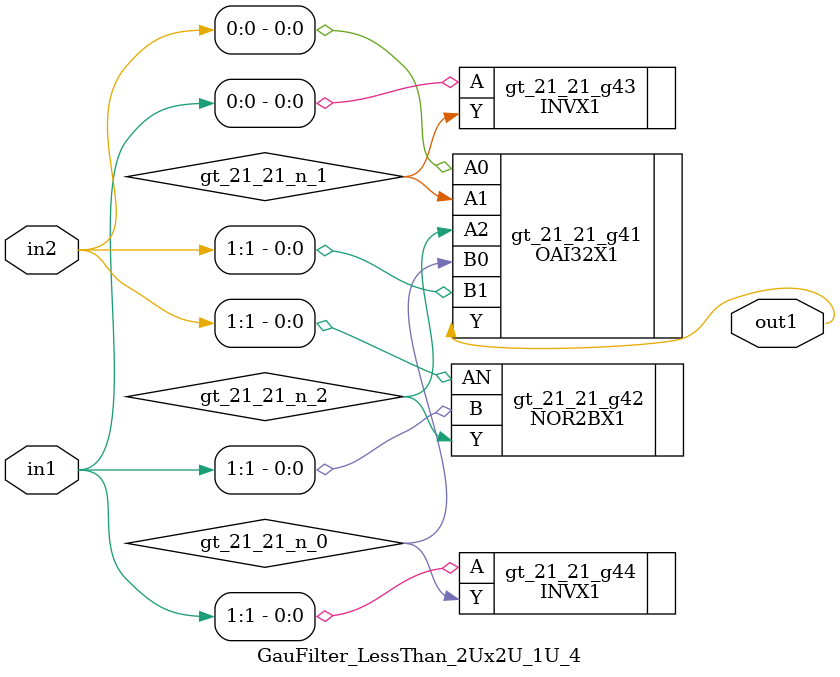
<source format=v>
`timescale 1ps / 1ps


module GauFilter_LessThan_2Ux2U_1U_4(in2, in1, out1);
  input [1:0] in2, in1;
  output out1;
  wire [1:0] in2, in1;
  wire out1;
  wire gt_21_21_n_0, gt_21_21_n_1, gt_21_21_n_2;
  OAI32X1 gt_21_21_g41(.A0 (in2[0]), .A1 (gt_21_21_n_1), .A2
       (gt_21_21_n_2), .B0 (gt_21_21_n_0), .B1 (in2[1]), .Y (out1));
  NOR2BX1 gt_21_21_g42(.AN (in2[1]), .B (in1[1]), .Y (gt_21_21_n_2));
  INVX1 gt_21_21_g43(.A (in1[0]), .Y (gt_21_21_n_1));
  INVX1 gt_21_21_g44(.A (in1[1]), .Y (gt_21_21_n_0));
endmodule


</source>
